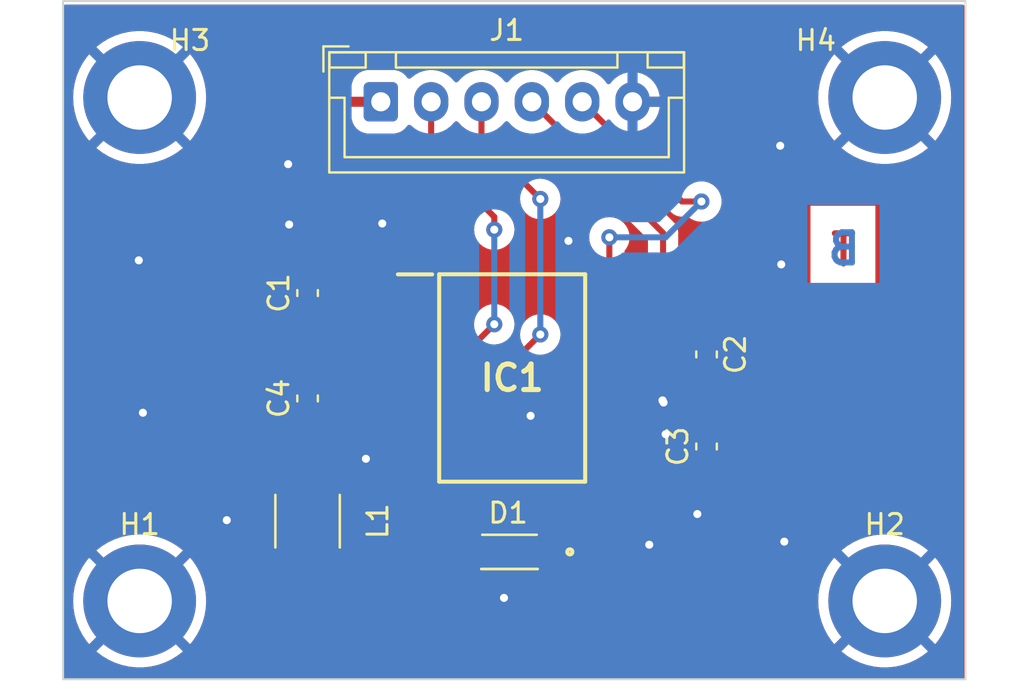
<source format=kicad_pcb>
(kicad_pcb (version 20221018) (generator pcbnew)
  (layers (0 "F.Cu" signal) (31 "B.Cu" signal) (34 "B.Paste" user) (35 "F.Paste" user) (36 "B.SilkS" user "B.Silkscreen") (37 "F.SilkS" user "F.Silkscreen") (38 "B.Mask" user) (39 "F.Mask" user) (44 "Edge.Cuts" user))
  (net 0 "")
  (net 1 "GND")
  (net 2 "Net-(IC1-DVDD)")
  (net 3 "Net-(IC1-AVDD)")
  (net 4 "Net-(IC1-CP5)")
  (net 5 "+5V")
  (net 6 "Net-(IC1-VX)")
  (net 7 "CS")
  (net 8 "MISO")
  (net 9 "MOSI")
  (net 10 "SCLK")
  (footprint "MountingHole:MountingHole_3.2mm_M3_DIN965_Pad" (layer "F.Cu") (at 82 45)
    (fp_text reference "H4" (at -3.419 -2.836) (layer "F.SilkS"))
    (fp_text value "MountingHole_Pad")
    (pad "1" thru_hole circle (at 0 0) (size 5.6 5.6) (drill 3.2) (layers "*.Cu" "*.Mask") (net 1 "GND"))
  )
  (footprint "MountingHole:MountingHole_3.2mm_M3_DIN965_Pad" (layer "F.Cu") (at 82 70)
    (fp_text reference "H2" (at 0 -3.8) (layer "F.SilkS"))
    (fp_text value "MountingHole_Pad")
    (pad "1" thru_hole circle (at 0 0) (size 5.6 5.6) (drill 3.2) (layers "*.Cu" "*.Mask") (net 1 "GND"))
  )
  (footprint "Capacitor_SMD:C_0603_1608Metric_Pad1.08x0.95mm_HandSolder" (layer "F.Cu") (at 53.34 59.944 90)
    (fp_text reference "C4" (at 0 -1.43 90) (layer "F.SilkS"))
    (fp_text value "1µF")
    (fp_line (start -0.146267 -0.51) (end 0.146267 -0.51) (stroke (width 0.12)) (layer "F.SilkS"))
    (fp_line (start -0.146267 0.51) (end 0.146267 0.51) (stroke (width 0.12)) (layer "F.SilkS"))
    (pad "1" smd roundrect (at -0.8625 0 90) (size 1.075 0.95) (layers "F.Cu" "F.Paste" "F.Mask") (net 5 "+5V"))
    (pad "2" smd roundrect (at 0.8625 0 90) (size 1.075 0.95) (layers "F.Cu" "F.Paste" "F.Mask") (net 1 "GND"))
  )
  (footprint "Capacitor_SMD:C_0603_1608Metric_Pad1.08x0.95mm_HandSolder" (layer "F.Cu") (at 73.152 62.3305 90)
    (fp_text reference "C3" (at 0 -1.43 90) (layer "F.SilkS"))
    (fp_text value "100nF")
    (fp_line (start -0.146267 -0.51) (end 0.146267 -0.51) (stroke (width 0.12)) (layer "F.SilkS"))
    (fp_line (start -0.146267 0.51) (end 0.146267 0.51) (stroke (width 0.12)) (layer "F.SilkS"))
    (pad "1" smd roundrect (at -0.8625 0 90) (size 1.075 0.95) (layers "F.Cu" "F.Paste" "F.Mask") (net 4 "Net-(IC1-CP5)"))
    (pad "2" smd roundrect (at 0.8625 0 90) (size 1.075 0.95) (layers "F.Cu" "F.Paste" "F.Mask") (net 1 "GND"))
  )
  (footprint "MountingHole:MountingHole_3.2mm_M3_DIN965_Pad" (layer "F.Cu") (at 45 45)
    (fp_text reference "H3" (at 2.498 -2.836) (layer "F.SilkS"))
    (fp_text value "MountingHole_Pad")
    (pad "1" thru_hole circle (at 0 0) (size 5.6 5.6) (drill 3.2) (layers "*.Cu" "*.Mask") (net 1 "GND"))
  )
  (footprint "MountingHole:MountingHole_3.2mm_M3_DIN965_Pad" (layer "F.Cu") (at 45 70)
    (fp_text reference "H1" (at 0 -3.8) (layer "F.SilkS"))
    (fp_text value "MountingHole_Pad")
    (pad "1" thru_hole circle (at 0 0) (size 5.6 5.6) (drill 3.2) (layers "*.Cu" "*.Mask") (net 1 "GND"))
  )
  (footprint "Capacitor_SMD:C_0603_1608Metric_Pad1.08x0.95mm_HandSolder" (layer "F.Cu") (at 53.34 54.7105 90)
    (fp_text reference "C1" (at 0 -1.43 90) (layer "F.SilkS"))
    (fp_text value "1µF")
    (fp_line (start -0.146267 -0.51) (end 0.146267 -0.51) (stroke (width 0.12)) (layer "F.SilkS"))
    (fp_line (start -0.146267 0.51) (end 0.146267 0.51) (stroke (width 0.12)) (layer "F.SilkS"))
    (pad "1" smd roundrect (at -0.8625 0 90) (size 1.075 0.95) (layers "F.Cu" "F.Paste" "F.Mask") (net 1 "GND"))
    (pad "2" smd roundrect (at 0.8625 0 90) (size 1.075 0.95) (layers "F.Cu" "F.Paste" "F.Mask") (net 2 "Net-(IC1-DVDD)"))
  )
  (footprint "Capacitor_SMD:C_0603_1608Metric_Pad1.08x0.95mm_HandSolder" (layer "F.Cu") (at 73.152 57.7585 -90)
    (fp_text reference "C2" (at 0 -1.43 90) (layer "F.SilkS"))
    (fp_text value "1µF")
    (fp_line (start -0.146267 -0.51) (end 0.146267 -0.51) (stroke (width 0.12)) (layer "F.SilkS"))
    (fp_line (start -0.146267 0.51) (end 0.146267 0.51) (stroke (width 0.12)) (layer "F.SilkS"))
    (pad "1" smd roundrect (at -0.8625 0 270) (size 1.075 0.95) (layers "F.Cu" "F.Paste" "F.Mask") (net 3 "Net-(IC1-AVDD)"))
    (pad "2" smd roundrect (at 0.8625 0 270) (size 1.075 0.95) (layers "F.Cu" "F.Paste" "F.Mask") (net 1 "GND"))
  )
  (footprint "Connector_JST:JST_XH_B6B-XH-A_1x06_P2.50mm_Vertical" (layer "F.Cu") (at 56.976 45.212)
    (fp_text reference "J1" (at 6.25 -3.55) (layer "F.SilkS"))
    (fp_text value "Conn_01x06")
    (fp_line (start -2.85 -2.75) (end -2.85 -1.5) (stroke (width 0.12)) (layer "F.SilkS"))
    (fp_line (start -2.56 -2.46) (end -2.56 3.51) (stroke (width 0.12)) (layer "F.SilkS"))
    (fp_line (start -2.56 3.51) (end 15.06 3.51) (stroke (width 0.12)) (layer "F.SilkS"))
    (fp_line (start -2.55 -2.45) (end -2.55 -1.7) (stroke (width 0.12)) (layer "F.SilkS"))
    (fp_line (start -2.55 -1.7) (end -0.75 -1.7) (stroke (width 0.12)) (layer "F.SilkS"))
    (fp_line (start -2.55 -0.2) (end -1.8 -0.2) (stroke (width 0.12)) (layer "F.SilkS"))
    (fp_line (start -1.8 -0.2) (end -1.8 2.75) (stroke (width 0.12)) (layer "F.SilkS"))
    (fp_line (start -1.8 2.75) (end 6.25 2.75) (stroke (width 0.12)) (layer "F.SilkS"))
    (fp_line (start -1.6 -2.75) (end -2.85 -2.75) (stroke (width 0.12)) (layer "F.SilkS"))
    (fp_line (start -0.75 -2.45) (end -2.55 -2.45) (stroke (width 0.12)) (layer "F.SilkS"))
    (fp_line (start -0.75 -1.7) (end -0.75 -2.45) (stroke (width 0.12)) (layer "F.SilkS"))
    (fp_line (start 0.75 -2.45) (end 0.75 -1.7) (stroke (width 0.12)) (layer "F.SilkS"))
    (fp_line (start 0.75 -1.7) (end 11.75 -1.7) (stroke (width 0.12)) (layer "F.SilkS"))
    (fp_line (start 11.75 -2.45) (end 0.75 -2.45) (stroke (width 0.12)) (layer "F.SilkS"))
    (fp_line (start 11.75 -1.7) (end 11.75 -2.45) (stroke (width 0.12)) (layer "F.SilkS"))
    (fp_line (start 13.25 -2.45) (end 13.25 -1.7) (stroke (width 0.12)) (layer "F.SilkS"))
    (fp_line (start 13.25 -1.7) (end 15.05 -1.7) (stroke (width 0.12)) (layer "F.SilkS"))
    (fp_line (start 14.3 -0.2) (end 14.3 2.75) (stroke (width 0.12)) (layer "F.SilkS"))
    (fp_line (start 14.3 2.75) (end 6.25 2.75) (stroke (width 0.12)) (layer "F.SilkS"))
    (fp_line (start 15.05 -2.45) (end 13.25 -2.45) (stroke (width 0.12)) (layer "F.SilkS"))
    (fp_line (start 15.05 -1.7) (end 15.05 -2.45) (stroke (width 0.12)) (layer "F.SilkS"))
    (fp_line (start 15.05 -0.2) (end 14.3 -0.2) (stroke (width 0.12)) (layer "F.SilkS"))
    (fp_line (start 15.06 -2.46) (end -2.56 -2.46) (stroke (width 0.12)) (layer "F.SilkS"))
    (fp_line (start 15.06 3.51) (end 15.06 -2.46) (stroke (width 0.12)) (layer "F.SilkS"))
    (pad "1" thru_hole roundrect (at 0 0) (size 1.7 1.95) (drill 0.95) (layers "*.Cu" "*.Mask") (roundrect_rratio 0.1470588235) (net 5 "+5V"))
    (pad "2" thru_hole oval (at 2.5 0) (size 1.7 1.95) (drill 0.95) (layers "*.Cu" "*.Mask") (net 7 "CS"))
    (pad "3" thru_hole oval (at 5 0) (size 1.7 1.95) (drill 0.95) (layers "*.Cu" "*.Mask") (net 8 "MISO"))
    (pad "4" thru_hole oval (at 7.5 0) (size 1.7 1.95) (drill 0.95) (layers "*.Cu" "*.Mask") (net 9 "MOSI"))
    (pad "5" thru_hole oval (at 10 0) (size 1.7 1.95) (drill 0.95) (layers "*.Cu" "*.Mask") (net 10 "SCLK"))
    (pad "6" thru_hole oval (at 12.5 0) (size 1.7 1.95) (drill 0.95) (layers "*.Cu" "*.Mask") (net 1 "GND"))
  )
  (footprint "DIODE:SOD3715X135N" (layer "F.Cu") (at 63.364 67.564 180)
    (fp_text reference "D1" (at 0.0672 1.9304) (layer "F.SilkS"))
    (fp_text value "1N4148W-HE3-08")
    (fp_line (start -1.4 -0.85) (end 1.4 -0.85) (stroke (width 0.127)) (layer "F.SilkS"))
    (fp_line (start -1.4 -0.85) (end 1.4 -0.85) (stroke (width 0.127)) (layer "F.SilkS"))
    (fp_line (start -1.35 0.85) (end 1.35 0.85) (stroke (width 0.127)) (layer "F.SilkS"))
    (fp_line (start 1.35 0.85) (end -1.35 0.85) (stroke (width 0.127)) (layer "F.SilkS"))
    (fp_circle (center -3 0) (end -2.875 0) (stroke (width 0.2)) (fill none) (layer "F.SilkS"))
    (pad "A" smd roundrect (at 1.66 0 180) (size 1.25 0.74) (layers "F.Cu" "F.Paste" "F.Mask") (roundrect_rratio 0.2) (net 6 "Net-(IC1-VX)"))
    (pad "C" smd roundrect (at -1.66 0 180) (size 1.25 0.74) (layers "F.Cu" "F.Paste" "F.Mask") (roundrect_rratio 0.18) (net 4 "Net-(IC1-CP5)"))
  )
  (footprint "L:CAP_GRM43N5C2H102KYXHL" (layer "F.Cu") (at 53.34 66.04 -90)
    (fp_text reference "L1" (at 0 -3.485 90) (layer "F.SilkS"))
    (fp_text value "470µH")
    (fp_line (start -1.305 -1.6) (end 1.305 -1.6) (stroke (width 0.127)) (layer "F.SilkS"))
    (fp_line (start -1.305 1.6) (end 1.305 1.6) (stroke (width 0.127)) (layer "F.SilkS"))
    (pad "1" smd rect (at -2.275 0 270) (size 1.3 2.65) (layers "F.Cu" "F.Paste" "F.Mask") (net 5 "+5V"))
    (pad "2" smd rect (at 2.275 0 270) (size 1.3 2.65) (layers "F.Cu" "F.Paste" "F.Mask") (net 6 "Net-(IC1-VX)"))
  )
  (footprint "KiCad:SOIC127P1042X373-16N" (layer "F.Cu") (at 63.5 58.928)
    (fp_text reference "IC1" (at 0 0) (layer "F.SilkS") (effects (font (size 1.27 1.27) (thickness 0.254))))
    (fp_text value "ADXRS453BRGZ" hide)
    (fp_line (start -5.675 -5.145) (end -3.975 -5.145) (stroke (width 0.2)) (layer "F.SilkS"))
    (fp_line (start -3.625 -5.15) (end 3.625 -5.15) (stroke (width 0.2)) (layer "F.SilkS"))
    (fp_line (start -3.625 5.15) (end -3.625 -5.15) (stroke (width 0.2)) (layer "F.SilkS"))
    (fp_line (start 3.625 -5.15) (end 3.625 5.15) (stroke (width 0.2)) (layer "F.SilkS"))
    (fp_line (start 3.625 5.15) (end -3.625 5.15) (stroke (width 0.2)) (layer "F.SilkS"))
    (pad "1" smd rect (at -4.825 -4.445 90) (size 0.7 1.7) (layers "F.Cu" "F.Paste" "F.Mask") (net 2 "Net-(IC1-DVDD)"))
    (pad "2" smd rect (at -4.825 -3.175 90) (size 0.7 1.7) (layers "F.Cu" "F.Paste" "F.Mask") (net 1 "GND"))
    (pad "3" smd rect (at -4.825 -1.905 90) (size 0.7 1.7) (layers "F.Cu" "F.Paste" "F.Mask") (net 1 "GND"))
    (pad "4" smd rect (at -4.825 -0.635 90) (size 0.7 1.7) (layers "F.Cu" "F.Paste" "F.Mask") (net 7 "CS"))
    (pad "5" smd rect (at -4.825 0.635 90) (size 0.7 1.7) (layers "F.Cu" "F.Paste" "F.Mask") (net 8 "MISO"))
    (pad "6" smd rect (at -4.825 1.905 90) (size 0.7 1.7) (layers "F.Cu" "F.Paste" "F.Mask") (net 5 "+5V"))
    (pad "7" smd rect (at -4.825 3.175 90) (size 0.7 1.7) (layers "F.Cu" "F.Paste" "F.Mask") (net 1 "GND"))
    (pad "8" smd rect (at -4.825 4.445 90) (size 0.7 1.7) (layers "F.Cu" "F.Paste" "F.Mask") (net 6 "Net-(IC1-VX)"))
    (pad "9" smd rect (at 4.825 4.445 90) (size 0.7 1.7) (layers "F.Cu" "F.Paste" "F.Mask") (net 4 "Net-(IC1-CP5)"))
    (pad "10" smd rect (at 4.825 3.175 90) (size 0.7 1.7) (layers "F.Cu" "F.Paste" "F.Mask") (net 1 "GND"))
    (pad "11" smd rect (at 4.825 1.905 90) (size 0.7 1.7) (layers "F.Cu" "F.Paste" "F.Mask") (net 1 "GND"))
    (pad "12" smd rect (at 4.825 0.635 90) (size 0.7 1.7) (layers "F.Cu" "F.Paste" "F.Mask") (net 1 "GND"))
    (pad "13" smd rect (at 4.825 -0.635 90) (size 0.7 1.7) (layers "F.Cu" "F.Paste" "F.Mask") (net 1 "GND"))
    (pad "14" smd rect (at 4.825 -1.905 90) (size 0.7 1.7) (layers "F.Cu" "F.Paste" "F.Mask") (net 3 "Net-(IC1-AVDD)"))
    (pad "15" smd rect (at 4.825 -3.175 90) (size 0.7 1.7) (layers "F.Cu" "F.Paste" "F.Mask") (net 9 "MOSI"))
    (pad "16" smd rect (at 4.825 -4.445 90) (size 0.7 1.7) (layers "F.Cu" "F.Paste" "F.Mask") (net 10 "SCLK"))
  )
  (gr_rect (start 41.1988 40.2082) (end 86.0044 73.8886) (stroke (width 0.1)) (fill none) (layer "Edge.Cuts"))
  (gr_text "T" (at 80.7212 53.4416) (layer "F.Cu") (effects (font (size 1.5 1.5) (thickness 0.3) bold) (justify left bottom mirror)))
  (gr_text "PCB GYRO\nM.DUMAS" (at 77.0128 62.0776) (layer "F.Cu") (effects (font (size 1 1)) (justify left bottom)))
  (gr_text "B" (at 80.9244 53.3908) (layer "B.Cu") (effects (font (size 1.5 1.5) (thickness 0.3) bold) (justify left bottom mirror)))
  (segment (start 73.152 58.621) (end 73.152 61.468) (width 0.5) (layer "F.Cu") (net 1))
  (segment (start 58.675 62.103) (end 68.325 62.103) (width 0.5) (layer "F.Cu") (net 1))
  (segment (start 53.52 55.753) (end 53.34 55.573) (width 0.5) (layer "F.Cu") (net 1))
  (via (at 44.958 53.086) (size 0.8) (drill 0.4) (layers "F.Cu" "B.Cu") (net 1))
  (via (at 56.2356 62.9412) (size 0.8) (drill 0.4) (layers "F.Cu" "B.Cu") (net 1))
  (via (at 76.8096 47.3964) (size 0.8) (drill 0.4) (layers "F.Cu" "B.Cu") (net 1))
  (via (at 71.0184 60.1472) (size 0.8) (drill 0.4) (layers "F.Cu" "B.Cu") (net 1))
  (via (at 70.3072 67.2084) (size 0.8) (drill 0.4) (layers "F.Cu" "B.Cu") (net 1))
  (via (at 70.9676 60.0456) (size 0.8) (drill 0.4) (layers "F.Cu" "B.Cu") (net 1))
  (via (at 70.9676 60.0456) (size 0.8) (drill 0.4) (layers "F.Cu" "B.Cu") (net 1))
  (via (at 49.3268 65.9892) (size 0.8) (drill 0.4) (layers "F.Cu" "B.Cu") (net 1))
  (via (at 76.8604 53.2892) (size 0.8) (drill 0.4) (layers "F.Cu" "B.Cu") (net 1))
  (via (at 52.4256 51.308) (size 0.8) (drill 0.4) (layers "F.Cu" "B.Cu") (net 1))
  (via (at 66.294 52.1208) (size 0.8) (drill 0.4) (layers "F.Cu" "B.Cu") (net 1))
  (via (at 70.9676 60.0456) (size 0.8) (drill 0.4) (layers "F.Cu" "B.Cu") (net 1))
  (via (at 63.0936 69.85) (size 0.8) (drill 0.4) (layers "F.Cu" "B.Cu") (net 1))
  (via (at 57.0484 51.2572) (size 0.8) (drill 0.4) (layers "F.Cu" "B.Cu") (net 1))
  (via (at 72.6948 65.6844) (size 0.8) (drill 0.4) (layers "F.Cu" "B.Cu") (net 1))
  (via (at 64.4144 60.8076) (size 0.8) (drill 0.4) (layers "F.Cu" "B.Cu") (net 1))
  (via (at 71.12 61.722) (size 0.8) (drill 0.4) (layers "F.Cu" "B.Cu") (net 1))
  (via (at 45.1612 60.6552) (size 0.8) (drill 0.4) (layers "F.Cu" "B.Cu") (net 1))
  (via (at 52.3748 48.3108) (size 0.8) (drill 0.4) (layers "F.Cu" "B.Cu") (net 1))
  (via (at 77.0128 67.056) (size 0.8) (drill 0.4) (layers "F.Cu" "B.Cu") (net 1))
  (segment (start 57.15 53.975) (end 53.467 53.975) (width 0.3) (layer "F.Cu") (net 2))
  (segment (start 58.675 54.483) (end 57.658 54.483) (width 0.3) (layer "F.Cu") (net 2))
  (segment (start 53.467 53.975) (end 53.34 53.848) (width 0.3) (layer "F.Cu") (net 2))
  (segment (start 57.658 54.483) (end 57.15 53.975) (width 0.3) (layer "F.Cu") (net 2))
  (segment (start 73.025 57.023) (end 73.152 56.896) (width 0.3) (layer "F.Cu") (net 3))
  (segment (start 68.325 57.023) (end 73.025 57.023) (width 0.3) (layer "F.Cu") (net 3))
  (segment (start 72.972 63.373) (end 68.325 63.373) (width 0.3) (layer "F.Cu") (net 4))
  (segment (start 65.024 66.675) (end 68.325 63.374) (width 0.3) (layer "F.Cu") (net 4))
  (segment (start 73.152 63.193) (end 72.972 63.373) (width 0.3) (layer "F.Cu") (net 4))
  (segment (start 65.024 67.564) (end 65.024 66.675) (width 0.3) (layer "F.Cu") (net 4))
  (segment (start 68.325 63.374) (end 68.325 63.373) (width 0.3) (layer "F.Cu") (net 4))
  (segment (start 53.34 60.8065) (end 53.3665 60.833) (width 0.5) (layer "F.Cu") (net 5))
  (segment (start 49.911 62.484) (end 49.911 47.498) (width 0.5) (layer "F.Cu") (net 5))
  (segment (start 52.197 45.212) (end 56.976 45.212) (width 0.5) (layer "F.Cu") (net 5))
  (segment (start 51.192 63.765) (end 49.911 62.484) (width 0.5) (layer "F.Cu") (net 5))
  (segment (start 49.911 47.498) (end 52.197 45.212) (width 0.5) (layer "F.Cu") (net 5))
  (segment (start 53.3665 60.833) (end 58.675 60.833) (width 0.5) (layer "F.Cu") (net 5))
  (segment (start 53.34 60.8065) (end 53.34 63.765) (width 0.5) (layer "F.Cu") (net 5))
  (segment (start 53.34 63.765) (end 51.192 63.765) (width 0.5) (layer "F.Cu") (net 5))
  (segment (start 58.675 63.373) (end 58.282 63.373) (width 0.3) (layer "F.Cu") (net 6))
  (segment (start 58.675 64.535) (end 58.675 63.373) (width 0.3) (layer "F.Cu") (net 6))
  (segment (start 58.282 63.373) (end 53.34 68.315) (width 0.3) (layer "F.Cu") (net 6))
  (segment (start 61.704 67.564) (end 58.675 64.535) (width 0.3) (layer "F.Cu") (net 6))
  (segment (start 60.579 58.293) (end 62.611 56.261) (width 0.3) (layer "F.Cu") (net 7))
  (segment (start 62.611 50.927) (end 59.476 47.792) (width 0.3) (layer "F.Cu") (net 7))
  (segment (start 59.476 47.792) (end 59.476 45.212) (width 0.3) (layer "F.Cu") (net 7))
  (segment (start 58.675 58.293) (end 60.579 58.293) (width 0.3) (layer "F.Cu") (net 7))
  (segment (start 62.611 51.562) (end 62.611 50.927) (width 0.3) (layer "F.Cu") (net 7))
  (via (at 62.611 56.261) (size 0.8) (drill 0.4) (layers "F.Cu" "B.Cu") (net 7))
  (via (at 62.611 51.562) (size 0.8) (drill 0.4) (layers "F.Cu" "B.Cu") (net 7))
  (segment (start 62.611 56.261) (end 62.611 51.562) (width 0.3) (layer "B.Cu") (net 7))
  (segment (start 62.103 59.563) (end 64.897 56.769) (width 0.3) (layer "F.Cu") (net 8))
  (segment (start 58.675 59.563) (end 62.103 59.563) (width 0.3) (layer "F.Cu") (net 8))
  (segment (start 61.976 47.117) (end 61.976 45.212) (width 0.3) (layer "F.Cu") (net 8))
  (segment (start 64.897 50.038) (end 61.976 47.117) (width 0.3) (layer "F.Cu") (net 8))
  (via (at 64.897 50.038) (size 0.8) (drill 0.4) (layers "F.Cu" "B.Cu") (net 8))
  (via (at 64.897 56.769) (size 0.8) (drill 0.4) (layers "F.Cu" "B.Cu") (net 8))
  (segment (start 64.897 56.769) (end 64.897 50.038) (width 0.3) (layer "B.Cu") (net 8))
  (segment (start 70.993 51.729) (end 64.476 45.212) (width 0.3) (layer "F.Cu") (net 9))
  (segment (start 70.993 55.372) (end 70.993 51.729) (width 0.3) (layer "F.Cu") (net 9))
  (segment (start 68.325 55.753) (end 70.612 55.753) (width 0.3) (layer "F.Cu") (net 9))
  (segment (start 70.612 55.753) (end 70.993 55.372) (width 0.3) (layer "F.Cu") (net 9))
  (segment (start 71.929 50.165) (end 66.976 45.212) (width 0.3) (layer "F.Cu") (net 10))
  (segment (start 68.325 54.483) (end 68.325 51.944) (width 0.3) (layer "F.Cu") (net 10))
  (segment (start 68.325 51.944) (end 68.326 51.943) (width 0.3) (layer "F.Cu") (net 10))
  (segment (start 72.898 50.165) (end 71.929 50.165) (width 0.3) (layer "F.Cu") (net 10))
  (via (at 72.898 50.165) (size 0.8) (drill 0.4) (layers "F.Cu" "B.Cu") (net 10))
  (via (at 68.326 51.943) (size 0.8) (drill 0.4) (layers "F.Cu" "B.Cu") (net 10))
  (segment (start 71.12 51.943) (end 72.517 50.546) (width 0.3) (layer "B.Cu") (net 10))
  (segment (start 72.517 50.546) (end 72.898 50.165) (width 0.3) (layer "B.Cu") (net 10))
  (segment (start 68.326 51.943) (end 71.12 51.943) (width 0.3) (layer "B.Cu") (net 10))
  (zone (net 1) (net_name "GND") (layer "F.Cu") (connect_pads (clearance 0.5)) (min_thickness 0.25) (fill yes (thermal_gap 0.5) (thermal_bridge_width 0.5) (island_removal_mode 1) (island_area_min 10))
    (polygon (pts (xy 40.513 40.386) (xy 40.513 74.295) (xy 85.979 74.295) (xy 85.979 40.386) (xy 84.709 40.386)))
  )
  (zone (net 1) (net_name "GND") (layer "B.Cu") (priority 1) (connect_pads (clearance 0.5)) (min_thickness 0.25) (fill yes (thermal_gap 0.5) (thermal_bridge_width 0.5) (island_removal_mode 1) (island_area_min 10))
    (polygon (pts (xy 40.513 40.386) (xy 40.513 74.295) (xy 85.9282 74.295) (xy 85.9282 40.386)))
  )
)
</source>
